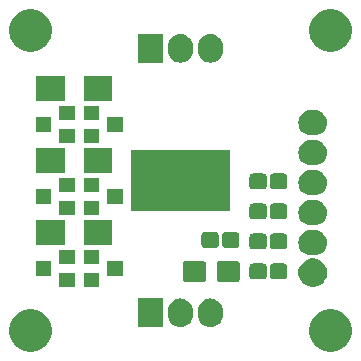
<source format=gbr>
G04 #@! TF.GenerationSoftware,KiCad,Pcbnew,(5.0.0)*
G04 #@! TF.CreationDate,2018-11-19T11:16:29+03:00*
G04 #@! TF.ProjectId,NeoP_6W,4E656F505F36572E6B696361645F7063,rev?*
G04 #@! TF.SameCoordinates,Original*
G04 #@! TF.FileFunction,Soldermask,Bot*
G04 #@! TF.FilePolarity,Negative*
%FSLAX46Y46*%
G04 Gerber Fmt 4.6, Leading zero omitted, Abs format (unit mm)*
G04 Created by KiCad (PCBNEW (5.0.0)) date 11/19/18 11:16:29*
%MOMM*%
%LPD*%
G01*
G04 APERTURE LIST*
%ADD10C,0.100000*%
G04 APERTURE END LIST*
D10*
G36*
X125809122Y-98246115D02*
X125925041Y-98269173D01*
X126252620Y-98404861D01*
X126543511Y-98599228D01*
X126547436Y-98601851D01*
X126798149Y-98852564D01*
X126798151Y-98852567D01*
X126995139Y-99147380D01*
X127130827Y-99474959D01*
X127153885Y-99590878D01*
X127200000Y-99822714D01*
X127200000Y-100177286D01*
X127130827Y-100525040D01*
X126995140Y-100852618D01*
X126798149Y-101147436D01*
X126547436Y-101398149D01*
X126547433Y-101398151D01*
X126252620Y-101595139D01*
X125925041Y-101730827D01*
X125809122Y-101753885D01*
X125577286Y-101800000D01*
X125222714Y-101800000D01*
X124990878Y-101753885D01*
X124874959Y-101730827D01*
X124547380Y-101595139D01*
X124252567Y-101398151D01*
X124252564Y-101398149D01*
X124001851Y-101147436D01*
X123804860Y-100852618D01*
X123669173Y-100525040D01*
X123600000Y-100177286D01*
X123600000Y-99822714D01*
X123646115Y-99590878D01*
X123669173Y-99474959D01*
X123804861Y-99147380D01*
X124001849Y-98852567D01*
X124001851Y-98852564D01*
X124252564Y-98601851D01*
X124256489Y-98599228D01*
X124547380Y-98404861D01*
X124874959Y-98269173D01*
X124990878Y-98246115D01*
X125222714Y-98200000D01*
X125577286Y-98200000D01*
X125809122Y-98246115D01*
X125809122Y-98246115D01*
G37*
G36*
X100409122Y-98246115D02*
X100525041Y-98269173D01*
X100852620Y-98404861D01*
X101143511Y-98599228D01*
X101147436Y-98601851D01*
X101398149Y-98852564D01*
X101398151Y-98852567D01*
X101595139Y-99147380D01*
X101730827Y-99474959D01*
X101753885Y-99590878D01*
X101800000Y-99822714D01*
X101800000Y-100177286D01*
X101730827Y-100525040D01*
X101595140Y-100852618D01*
X101398149Y-101147436D01*
X101147436Y-101398149D01*
X101147433Y-101398151D01*
X100852620Y-101595139D01*
X100525041Y-101730827D01*
X100409122Y-101753885D01*
X100177286Y-101800000D01*
X99822714Y-101800000D01*
X99590878Y-101753885D01*
X99474959Y-101730827D01*
X99147380Y-101595139D01*
X98852567Y-101398151D01*
X98852564Y-101398149D01*
X98601851Y-101147436D01*
X98404860Y-100852618D01*
X98269173Y-100525040D01*
X98200000Y-100177286D01*
X98200000Y-99822714D01*
X98246115Y-99590878D01*
X98269173Y-99474959D01*
X98404861Y-99147380D01*
X98601849Y-98852567D01*
X98601851Y-98852564D01*
X98852564Y-98601851D01*
X98856489Y-98599228D01*
X99147380Y-98404861D01*
X99474959Y-98269173D01*
X99590878Y-98246115D01*
X99822714Y-98200000D01*
X100177286Y-98200000D01*
X100409122Y-98246115D01*
X100409122Y-98246115D01*
G37*
G36*
X112908502Y-97299389D02*
X113108990Y-97360207D01*
X113293759Y-97458967D01*
X113293762Y-97458969D01*
X113293763Y-97458970D01*
X113455718Y-97591882D01*
X113455719Y-97591884D01*
X113455721Y-97591885D01*
X113588631Y-97753836D01*
X113687393Y-97938609D01*
X113748211Y-98139097D01*
X113763600Y-98295349D01*
X113763600Y-98704650D01*
X113748211Y-98860902D01*
X113687393Y-99061390D01*
X113588633Y-99246159D01*
X113588631Y-99246162D01*
X113588630Y-99246163D01*
X113455718Y-99408118D01*
X113455716Y-99408119D01*
X113455715Y-99408121D01*
X113293764Y-99541031D01*
X113108991Y-99639793D01*
X112908503Y-99700611D01*
X112700000Y-99721146D01*
X112491498Y-99700611D01*
X112291010Y-99639793D01*
X112106237Y-99541031D01*
X111944283Y-99408118D01*
X111811372Y-99246165D01*
X111811370Y-99246163D01*
X111712607Y-99061391D01*
X111693289Y-98997708D01*
X111651789Y-98860903D01*
X111636400Y-98704651D01*
X111636400Y-98295350D01*
X111651789Y-98139098D01*
X111712607Y-97938610D01*
X111811367Y-97753841D01*
X111944280Y-97591885D01*
X111944282Y-97591882D01*
X111944284Y-97591881D01*
X111944285Y-97591879D01*
X112106236Y-97458969D01*
X112291009Y-97360207D01*
X112491497Y-97299389D01*
X112700000Y-97278854D01*
X112908502Y-97299389D01*
X112908502Y-97299389D01*
G37*
G36*
X115448502Y-97299389D02*
X115648990Y-97360207D01*
X115833759Y-97458967D01*
X115833762Y-97458969D01*
X115833763Y-97458970D01*
X115995718Y-97591882D01*
X115995719Y-97591884D01*
X115995721Y-97591885D01*
X116128631Y-97753836D01*
X116227393Y-97938609D01*
X116288211Y-98139097D01*
X116303600Y-98295349D01*
X116303600Y-98704650D01*
X116288211Y-98860902D01*
X116227393Y-99061390D01*
X116128633Y-99246159D01*
X116128631Y-99246162D01*
X116128630Y-99246163D01*
X115995718Y-99408118D01*
X115995716Y-99408119D01*
X115995715Y-99408121D01*
X115833764Y-99541031D01*
X115648991Y-99639793D01*
X115448503Y-99700611D01*
X115240000Y-99721146D01*
X115031498Y-99700611D01*
X114831010Y-99639793D01*
X114646237Y-99541031D01*
X114484283Y-99408118D01*
X114351372Y-99246165D01*
X114351370Y-99246163D01*
X114252607Y-99061391D01*
X114233289Y-98997708D01*
X114191789Y-98860903D01*
X114176400Y-98704651D01*
X114176400Y-98295350D01*
X114191789Y-98139098D01*
X114252607Y-97938610D01*
X114351367Y-97753841D01*
X114484280Y-97591885D01*
X114484282Y-97591882D01*
X114484284Y-97591881D01*
X114484285Y-97591879D01*
X114646236Y-97458969D01*
X114831009Y-97360207D01*
X115031497Y-97299389D01*
X115240000Y-97278854D01*
X115448502Y-97299389D01*
X115448502Y-97299389D01*
G37*
G36*
X111223600Y-99716000D02*
X109096400Y-99716000D01*
X109096400Y-97284000D01*
X111223600Y-97284000D01*
X111223600Y-99716000D01*
X111223600Y-99716000D01*
G37*
G36*
X124254692Y-93930729D02*
X124475993Y-94022395D01*
X124675158Y-94155473D01*
X124844527Y-94324842D01*
X124977605Y-94524007D01*
X125069271Y-94745308D01*
X125116000Y-94980233D01*
X125116000Y-95219767D01*
X125069271Y-95454692D01*
X124977605Y-95675993D01*
X124844527Y-95875158D01*
X124675158Y-96044527D01*
X124475993Y-96177605D01*
X124254692Y-96269271D01*
X124019767Y-96316000D01*
X123780233Y-96316000D01*
X123545308Y-96269271D01*
X123324007Y-96177605D01*
X123124842Y-96044527D01*
X122955473Y-95875158D01*
X122822395Y-95675993D01*
X122730729Y-95454692D01*
X122684000Y-95219767D01*
X122684000Y-94980233D01*
X122730729Y-94745308D01*
X122822395Y-94524007D01*
X122955473Y-94324842D01*
X123124842Y-94155473D01*
X123324007Y-94022395D01*
X123545308Y-93930729D01*
X123780233Y-93884000D01*
X124019767Y-93884000D01*
X124254692Y-93930729D01*
X124254692Y-93930729D01*
G37*
G36*
X103758000Y-96292000D02*
X102458000Y-96292000D01*
X102458000Y-95092000D01*
X103758000Y-95092000D01*
X103758000Y-96292000D01*
X103758000Y-96292000D01*
G37*
G36*
X105822000Y-96292000D02*
X104522000Y-96292000D01*
X104522000Y-95092000D01*
X105822000Y-95092000D01*
X105822000Y-96292000D01*
X105822000Y-96292000D01*
G37*
G36*
X114668378Y-94126308D02*
X114714302Y-94140239D01*
X114756615Y-94162855D01*
X114793705Y-94193295D01*
X114824145Y-94230385D01*
X114846761Y-94272698D01*
X114860692Y-94318622D01*
X114866000Y-94372511D01*
X114866000Y-95619489D01*
X114860692Y-95673378D01*
X114846761Y-95719302D01*
X114824145Y-95761615D01*
X114793705Y-95798705D01*
X114756615Y-95829145D01*
X114714302Y-95851761D01*
X114668378Y-95865692D01*
X114614489Y-95871000D01*
X113142511Y-95871000D01*
X113088622Y-95865692D01*
X113042698Y-95851761D01*
X113000385Y-95829145D01*
X112963295Y-95798705D01*
X112932855Y-95761615D01*
X112910239Y-95719302D01*
X112896308Y-95673378D01*
X112891000Y-95619489D01*
X112891000Y-94372511D01*
X112896308Y-94318622D01*
X112910239Y-94272698D01*
X112932855Y-94230385D01*
X112963295Y-94193295D01*
X113000385Y-94162855D01*
X113042698Y-94140239D01*
X113088622Y-94126308D01*
X113142511Y-94121000D01*
X114614489Y-94121000D01*
X114668378Y-94126308D01*
X114668378Y-94126308D01*
G37*
G36*
X117543378Y-94126308D02*
X117589302Y-94140239D01*
X117631615Y-94162855D01*
X117668705Y-94193295D01*
X117699145Y-94230385D01*
X117721761Y-94272698D01*
X117735692Y-94318622D01*
X117741000Y-94372511D01*
X117741000Y-95619489D01*
X117735692Y-95673378D01*
X117721761Y-95719302D01*
X117699145Y-95761615D01*
X117668705Y-95798705D01*
X117631615Y-95829145D01*
X117589302Y-95851761D01*
X117543378Y-95865692D01*
X117489489Y-95871000D01*
X116017511Y-95871000D01*
X115963622Y-95865692D01*
X115917698Y-95851761D01*
X115875385Y-95829145D01*
X115838295Y-95798705D01*
X115807855Y-95761615D01*
X115785239Y-95719302D01*
X115771308Y-95673378D01*
X115766000Y-95619489D01*
X115766000Y-94372511D01*
X115771308Y-94318622D01*
X115785239Y-94272698D01*
X115807855Y-94230385D01*
X115838295Y-94193295D01*
X115875385Y-94162855D01*
X115917698Y-94140239D01*
X115963622Y-94126308D01*
X116017511Y-94121000D01*
X117489489Y-94121000D01*
X117543378Y-94126308D01*
X117543378Y-94126308D01*
G37*
G36*
X119770530Y-94326877D02*
X119822010Y-94342493D01*
X119869442Y-94367846D01*
X119911027Y-94401973D01*
X119945154Y-94443558D01*
X119970507Y-94490990D01*
X119986123Y-94542470D01*
X119992000Y-94602140D01*
X119992000Y-95389860D01*
X119986123Y-95449530D01*
X119970507Y-95501010D01*
X119945154Y-95548442D01*
X119911027Y-95590027D01*
X119869442Y-95624154D01*
X119822010Y-95649507D01*
X119770530Y-95665123D01*
X119710860Y-95671000D01*
X118823140Y-95671000D01*
X118763470Y-95665123D01*
X118711990Y-95649507D01*
X118664558Y-95624154D01*
X118622973Y-95590027D01*
X118588846Y-95548442D01*
X118563493Y-95501010D01*
X118547877Y-95449530D01*
X118542000Y-95389860D01*
X118542000Y-94602140D01*
X118547877Y-94542470D01*
X118563493Y-94490990D01*
X118588846Y-94443558D01*
X118622973Y-94401973D01*
X118664558Y-94367846D01*
X118711990Y-94342493D01*
X118763470Y-94326877D01*
X118823140Y-94321000D01*
X119710860Y-94321000D01*
X119770530Y-94326877D01*
X119770530Y-94326877D01*
G37*
G36*
X121520530Y-94326877D02*
X121572010Y-94342493D01*
X121619442Y-94367846D01*
X121661027Y-94401973D01*
X121695154Y-94443558D01*
X121720507Y-94490990D01*
X121736123Y-94542470D01*
X121742000Y-94602140D01*
X121742000Y-95389860D01*
X121736123Y-95449530D01*
X121720507Y-95501010D01*
X121695154Y-95548442D01*
X121661027Y-95590027D01*
X121619442Y-95624154D01*
X121572010Y-95649507D01*
X121520530Y-95665123D01*
X121460860Y-95671000D01*
X120573140Y-95671000D01*
X120513470Y-95665123D01*
X120461990Y-95649507D01*
X120414558Y-95624154D01*
X120372973Y-95590027D01*
X120338846Y-95548442D01*
X120313493Y-95501010D01*
X120297877Y-95449530D01*
X120292000Y-95389860D01*
X120292000Y-94602140D01*
X120297877Y-94542470D01*
X120313493Y-94490990D01*
X120338846Y-94443558D01*
X120372973Y-94401973D01*
X120414558Y-94367846D01*
X120461990Y-94342493D01*
X120513470Y-94326877D01*
X120573140Y-94321000D01*
X121460860Y-94321000D01*
X121520530Y-94326877D01*
X121520530Y-94326877D01*
G37*
G36*
X107822000Y-95342000D02*
X106522000Y-95342000D01*
X106522000Y-94142000D01*
X107822000Y-94142000D01*
X107822000Y-95342000D01*
X107822000Y-95342000D01*
G37*
G36*
X101758000Y-95342000D02*
X100458000Y-95342000D01*
X100458000Y-94142000D01*
X101758000Y-94142000D01*
X101758000Y-95342000D01*
X101758000Y-95342000D01*
G37*
G36*
X105822000Y-94392000D02*
X104522000Y-94392000D01*
X104522000Y-93192000D01*
X105822000Y-93192000D01*
X105822000Y-94392000D01*
X105822000Y-94392000D01*
G37*
G36*
X103758000Y-94392000D02*
X102458000Y-94392000D01*
X102458000Y-93192000D01*
X103758000Y-93192000D01*
X103758000Y-94392000D01*
X103758000Y-94392000D01*
G37*
G36*
X124260903Y-91511789D02*
X124461391Y-91572607D01*
X124646164Y-91671369D01*
X124808118Y-91804282D01*
X124941031Y-91966236D01*
X125039793Y-92151009D01*
X125100611Y-92351497D01*
X125121146Y-92560000D01*
X125100611Y-92768503D01*
X125039793Y-92968991D01*
X124941031Y-93153764D01*
X124808118Y-93315718D01*
X124646164Y-93448631D01*
X124461391Y-93547393D01*
X124260903Y-93608211D01*
X124104651Y-93623600D01*
X123695349Y-93623600D01*
X123539097Y-93608211D01*
X123338609Y-93547393D01*
X123153836Y-93448631D01*
X122991882Y-93315718D01*
X122858969Y-93153764D01*
X122760207Y-92968991D01*
X122699389Y-92768503D01*
X122678854Y-92560000D01*
X122699389Y-92351497D01*
X122760207Y-92151009D01*
X122858969Y-91966236D01*
X122991882Y-91804282D01*
X123153836Y-91671369D01*
X123338609Y-91572607D01*
X123539097Y-91511789D01*
X123695349Y-91496400D01*
X124104651Y-91496400D01*
X124260903Y-91511789D01*
X124260903Y-91511789D01*
G37*
G36*
X119770530Y-91786877D02*
X119822010Y-91802493D01*
X119869442Y-91827846D01*
X119911027Y-91861973D01*
X119945154Y-91903558D01*
X119970507Y-91950990D01*
X119986123Y-92002470D01*
X119992000Y-92062140D01*
X119992000Y-92849860D01*
X119986123Y-92909530D01*
X119970507Y-92961010D01*
X119945154Y-93008442D01*
X119911027Y-93050027D01*
X119869442Y-93084154D01*
X119822010Y-93109507D01*
X119770530Y-93125123D01*
X119710860Y-93131000D01*
X118823140Y-93131000D01*
X118763470Y-93125123D01*
X118711990Y-93109507D01*
X118664558Y-93084154D01*
X118622973Y-93050027D01*
X118588846Y-93008442D01*
X118563493Y-92961010D01*
X118547877Y-92909530D01*
X118542000Y-92849860D01*
X118542000Y-92062140D01*
X118547877Y-92002470D01*
X118563493Y-91950990D01*
X118588846Y-91903558D01*
X118622973Y-91861973D01*
X118664558Y-91827846D01*
X118711990Y-91802493D01*
X118763470Y-91786877D01*
X118823140Y-91781000D01*
X119710860Y-91781000D01*
X119770530Y-91786877D01*
X119770530Y-91786877D01*
G37*
G36*
X121520530Y-91786877D02*
X121572010Y-91802493D01*
X121619442Y-91827846D01*
X121661027Y-91861973D01*
X121695154Y-91903558D01*
X121720507Y-91950990D01*
X121736123Y-92002470D01*
X121742000Y-92062140D01*
X121742000Y-92849860D01*
X121736123Y-92909530D01*
X121720507Y-92961010D01*
X121695154Y-93008442D01*
X121661027Y-93050027D01*
X121619442Y-93084154D01*
X121572010Y-93109507D01*
X121520530Y-93125123D01*
X121460860Y-93131000D01*
X120573140Y-93131000D01*
X120513470Y-93125123D01*
X120461990Y-93109507D01*
X120414558Y-93084154D01*
X120372973Y-93050027D01*
X120338846Y-93008442D01*
X120313493Y-92961010D01*
X120297877Y-92909530D01*
X120292000Y-92849860D01*
X120292000Y-92062140D01*
X120297877Y-92002470D01*
X120313493Y-91950990D01*
X120338846Y-91903558D01*
X120372973Y-91861973D01*
X120414558Y-91827846D01*
X120461990Y-91802493D01*
X120513470Y-91786877D01*
X120573140Y-91781000D01*
X121460860Y-91781000D01*
X121520530Y-91786877D01*
X121520530Y-91786877D01*
G37*
G36*
X117456530Y-91659877D02*
X117508010Y-91675493D01*
X117555442Y-91700846D01*
X117597027Y-91734973D01*
X117631154Y-91776558D01*
X117656507Y-91823990D01*
X117672123Y-91875470D01*
X117678000Y-91935140D01*
X117678000Y-92722860D01*
X117672123Y-92782530D01*
X117656507Y-92834010D01*
X117631154Y-92881442D01*
X117597027Y-92923027D01*
X117555442Y-92957154D01*
X117508010Y-92982507D01*
X117456530Y-92998123D01*
X117396860Y-93004000D01*
X116509140Y-93004000D01*
X116449470Y-92998123D01*
X116397990Y-92982507D01*
X116350558Y-92957154D01*
X116308973Y-92923027D01*
X116274846Y-92881442D01*
X116249493Y-92834010D01*
X116233877Y-92782530D01*
X116228000Y-92722860D01*
X116228000Y-91935140D01*
X116233877Y-91875470D01*
X116249493Y-91823990D01*
X116274846Y-91776558D01*
X116308973Y-91734973D01*
X116350558Y-91700846D01*
X116397990Y-91675493D01*
X116449470Y-91659877D01*
X116509140Y-91654000D01*
X117396860Y-91654000D01*
X117456530Y-91659877D01*
X117456530Y-91659877D01*
G37*
G36*
X115706530Y-91659877D02*
X115758010Y-91675493D01*
X115805442Y-91700846D01*
X115847027Y-91734973D01*
X115881154Y-91776558D01*
X115906507Y-91823990D01*
X115922123Y-91875470D01*
X115928000Y-91935140D01*
X115928000Y-92722860D01*
X115922123Y-92782530D01*
X115906507Y-92834010D01*
X115881154Y-92881442D01*
X115847027Y-92923027D01*
X115805442Y-92957154D01*
X115758010Y-92982507D01*
X115706530Y-92998123D01*
X115646860Y-93004000D01*
X114759140Y-93004000D01*
X114699470Y-92998123D01*
X114647990Y-92982507D01*
X114600558Y-92957154D01*
X114558973Y-92923027D01*
X114524846Y-92881442D01*
X114499493Y-92834010D01*
X114483877Y-92782530D01*
X114478000Y-92722860D01*
X114478000Y-91935140D01*
X114483877Y-91875470D01*
X114499493Y-91823990D01*
X114524846Y-91776558D01*
X114558973Y-91734973D01*
X114600558Y-91700846D01*
X114647990Y-91675493D01*
X114699470Y-91659877D01*
X114759140Y-91654000D01*
X115646860Y-91654000D01*
X115706530Y-91659877D01*
X115706530Y-91659877D01*
G37*
G36*
X106895500Y-92744000D02*
X104495500Y-92744000D01*
X104495500Y-90644000D01*
X106895500Y-90644000D01*
X106895500Y-92744000D01*
X106895500Y-92744000D01*
G37*
G36*
X102895500Y-92744000D02*
X100495500Y-92744000D01*
X100495500Y-90644000D01*
X102895500Y-90644000D01*
X102895500Y-92744000D01*
X102895500Y-92744000D01*
G37*
G36*
X124260903Y-88971789D02*
X124461391Y-89032607D01*
X124646164Y-89131369D01*
X124808118Y-89264282D01*
X124941031Y-89426236D01*
X125039793Y-89611009D01*
X125100611Y-89811497D01*
X125121146Y-90020000D01*
X125100611Y-90228503D01*
X125039793Y-90428991D01*
X124941031Y-90613764D01*
X124808118Y-90775718D01*
X124646164Y-90908631D01*
X124461391Y-91007393D01*
X124260903Y-91068211D01*
X124104651Y-91083600D01*
X123695349Y-91083600D01*
X123539097Y-91068211D01*
X123338609Y-91007393D01*
X123153836Y-90908631D01*
X122991882Y-90775718D01*
X122858969Y-90613764D01*
X122760207Y-90428991D01*
X122699389Y-90228503D01*
X122678854Y-90020000D01*
X122699389Y-89811497D01*
X122760207Y-89611009D01*
X122858969Y-89426236D01*
X122991882Y-89264282D01*
X123153836Y-89131369D01*
X123338609Y-89032607D01*
X123539097Y-88971789D01*
X123695349Y-88956400D01*
X124104651Y-88956400D01*
X124260903Y-88971789D01*
X124260903Y-88971789D01*
G37*
G36*
X119770530Y-89246877D02*
X119822010Y-89262493D01*
X119869442Y-89287846D01*
X119911027Y-89321973D01*
X119945154Y-89363558D01*
X119970507Y-89410990D01*
X119986123Y-89462470D01*
X119992000Y-89522140D01*
X119992000Y-90309860D01*
X119986123Y-90369530D01*
X119970507Y-90421010D01*
X119945154Y-90468442D01*
X119911027Y-90510027D01*
X119869442Y-90544154D01*
X119822010Y-90569507D01*
X119770530Y-90585123D01*
X119710860Y-90591000D01*
X118823140Y-90591000D01*
X118763470Y-90585123D01*
X118711990Y-90569507D01*
X118664558Y-90544154D01*
X118622973Y-90510027D01*
X118588846Y-90468442D01*
X118563493Y-90421010D01*
X118547877Y-90369530D01*
X118542000Y-90309860D01*
X118542000Y-89522140D01*
X118547877Y-89462470D01*
X118563493Y-89410990D01*
X118588846Y-89363558D01*
X118622973Y-89321973D01*
X118664558Y-89287846D01*
X118711990Y-89262493D01*
X118763470Y-89246877D01*
X118823140Y-89241000D01*
X119710860Y-89241000D01*
X119770530Y-89246877D01*
X119770530Y-89246877D01*
G37*
G36*
X121520530Y-89246877D02*
X121572010Y-89262493D01*
X121619442Y-89287846D01*
X121661027Y-89321973D01*
X121695154Y-89363558D01*
X121720507Y-89410990D01*
X121736123Y-89462470D01*
X121742000Y-89522140D01*
X121742000Y-90309860D01*
X121736123Y-90369530D01*
X121720507Y-90421010D01*
X121695154Y-90468442D01*
X121661027Y-90510027D01*
X121619442Y-90544154D01*
X121572010Y-90569507D01*
X121520530Y-90585123D01*
X121460860Y-90591000D01*
X120573140Y-90591000D01*
X120513470Y-90585123D01*
X120461990Y-90569507D01*
X120414558Y-90544154D01*
X120372973Y-90510027D01*
X120338846Y-90468442D01*
X120313493Y-90421010D01*
X120297877Y-90369530D01*
X120292000Y-90309860D01*
X120292000Y-89522140D01*
X120297877Y-89462470D01*
X120313493Y-89410990D01*
X120338846Y-89363558D01*
X120372973Y-89321973D01*
X120414558Y-89287846D01*
X120461990Y-89262493D01*
X120513470Y-89246877D01*
X120573140Y-89241000D01*
X121460860Y-89241000D01*
X121520530Y-89246877D01*
X121520530Y-89246877D01*
G37*
G36*
X105822000Y-90196000D02*
X104522000Y-90196000D01*
X104522000Y-88996000D01*
X105822000Y-88996000D01*
X105822000Y-90196000D01*
X105822000Y-90196000D01*
G37*
G36*
X103758000Y-90196000D02*
X102458000Y-90196000D01*
X102458000Y-88996000D01*
X103758000Y-88996000D01*
X103758000Y-90196000D01*
X103758000Y-90196000D01*
G37*
G36*
X116900000Y-89900000D02*
X108500000Y-89900000D01*
X108500000Y-84700000D01*
X116900000Y-84700000D01*
X116900000Y-89900000D01*
X116900000Y-89900000D01*
G37*
G36*
X107822000Y-89246000D02*
X106522000Y-89246000D01*
X106522000Y-88046000D01*
X107822000Y-88046000D01*
X107822000Y-89246000D01*
X107822000Y-89246000D01*
G37*
G36*
X101758000Y-89246000D02*
X100458000Y-89246000D01*
X100458000Y-88046000D01*
X101758000Y-88046000D01*
X101758000Y-89246000D01*
X101758000Y-89246000D01*
G37*
G36*
X124260903Y-86431789D02*
X124461391Y-86492607D01*
X124646164Y-86591369D01*
X124808118Y-86724282D01*
X124941031Y-86886236D01*
X125039793Y-87071009D01*
X125100611Y-87271497D01*
X125121146Y-87480000D01*
X125100611Y-87688503D01*
X125039793Y-87888991D01*
X124941031Y-88073764D01*
X124808118Y-88235718D01*
X124646164Y-88368631D01*
X124461391Y-88467393D01*
X124260903Y-88528211D01*
X124104651Y-88543600D01*
X123695349Y-88543600D01*
X123539097Y-88528211D01*
X123338609Y-88467393D01*
X123153836Y-88368631D01*
X122991882Y-88235718D01*
X122858969Y-88073764D01*
X122760207Y-87888991D01*
X122699389Y-87688503D01*
X122678854Y-87480000D01*
X122699389Y-87271497D01*
X122760207Y-87071009D01*
X122858969Y-86886236D01*
X122991882Y-86724282D01*
X123153836Y-86591369D01*
X123338609Y-86492607D01*
X123539097Y-86431789D01*
X123695349Y-86416400D01*
X124104651Y-86416400D01*
X124260903Y-86431789D01*
X124260903Y-86431789D01*
G37*
G36*
X103758000Y-88296000D02*
X102458000Y-88296000D01*
X102458000Y-87096000D01*
X103758000Y-87096000D01*
X103758000Y-88296000D01*
X103758000Y-88296000D01*
G37*
G36*
X105822000Y-88296000D02*
X104522000Y-88296000D01*
X104522000Y-87096000D01*
X105822000Y-87096000D01*
X105822000Y-88296000D01*
X105822000Y-88296000D01*
G37*
G36*
X119770530Y-86706877D02*
X119822010Y-86722493D01*
X119869442Y-86747846D01*
X119911027Y-86781973D01*
X119945154Y-86823558D01*
X119970507Y-86870990D01*
X119986123Y-86922470D01*
X119992000Y-86982140D01*
X119992000Y-87769860D01*
X119986123Y-87829530D01*
X119970507Y-87881010D01*
X119945154Y-87928442D01*
X119911027Y-87970027D01*
X119869442Y-88004154D01*
X119822010Y-88029507D01*
X119770530Y-88045123D01*
X119710860Y-88051000D01*
X118823140Y-88051000D01*
X118763470Y-88045123D01*
X118711990Y-88029507D01*
X118664558Y-88004154D01*
X118622973Y-87970027D01*
X118588846Y-87928442D01*
X118563493Y-87881010D01*
X118547877Y-87829530D01*
X118542000Y-87769860D01*
X118542000Y-86982140D01*
X118547877Y-86922470D01*
X118563493Y-86870990D01*
X118588846Y-86823558D01*
X118622973Y-86781973D01*
X118664558Y-86747846D01*
X118711990Y-86722493D01*
X118763470Y-86706877D01*
X118823140Y-86701000D01*
X119710860Y-86701000D01*
X119770530Y-86706877D01*
X119770530Y-86706877D01*
G37*
G36*
X121520530Y-86706877D02*
X121572010Y-86722493D01*
X121619442Y-86747846D01*
X121661027Y-86781973D01*
X121695154Y-86823558D01*
X121720507Y-86870990D01*
X121736123Y-86922470D01*
X121742000Y-86982140D01*
X121742000Y-87769860D01*
X121736123Y-87829530D01*
X121720507Y-87881010D01*
X121695154Y-87928442D01*
X121661027Y-87970027D01*
X121619442Y-88004154D01*
X121572010Y-88029507D01*
X121520530Y-88045123D01*
X121460860Y-88051000D01*
X120573140Y-88051000D01*
X120513470Y-88045123D01*
X120461990Y-88029507D01*
X120414558Y-88004154D01*
X120372973Y-87970027D01*
X120338846Y-87928442D01*
X120313493Y-87881010D01*
X120297877Y-87829530D01*
X120292000Y-87769860D01*
X120292000Y-86982140D01*
X120297877Y-86922470D01*
X120313493Y-86870990D01*
X120338846Y-86823558D01*
X120372973Y-86781973D01*
X120414558Y-86747846D01*
X120461990Y-86722493D01*
X120513470Y-86706877D01*
X120573140Y-86701000D01*
X121460860Y-86701000D01*
X121520530Y-86706877D01*
X121520530Y-86706877D01*
G37*
G36*
X102895500Y-86648000D02*
X100495500Y-86648000D01*
X100495500Y-84548000D01*
X102895500Y-84548000D01*
X102895500Y-86648000D01*
X102895500Y-86648000D01*
G37*
G36*
X106895500Y-86648000D02*
X104495500Y-86648000D01*
X104495500Y-84548000D01*
X106895500Y-84548000D01*
X106895500Y-86648000D01*
X106895500Y-86648000D01*
G37*
G36*
X124260903Y-83891789D02*
X124461391Y-83952607D01*
X124646164Y-84051369D01*
X124808118Y-84184282D01*
X124941031Y-84346236D01*
X125039793Y-84531009D01*
X125100611Y-84731497D01*
X125121146Y-84940000D01*
X125100611Y-85148503D01*
X125039793Y-85348991D01*
X124941031Y-85533764D01*
X124808118Y-85695718D01*
X124646164Y-85828631D01*
X124461391Y-85927393D01*
X124260903Y-85988211D01*
X124104651Y-86003600D01*
X123695349Y-86003600D01*
X123539097Y-85988211D01*
X123338609Y-85927393D01*
X123153836Y-85828631D01*
X122991882Y-85695718D01*
X122858969Y-85533764D01*
X122760207Y-85348991D01*
X122699389Y-85148503D01*
X122678854Y-84940000D01*
X122699389Y-84731497D01*
X122760207Y-84531009D01*
X122858969Y-84346236D01*
X122991882Y-84184282D01*
X123153836Y-84051369D01*
X123338609Y-83952607D01*
X123539097Y-83891789D01*
X123695349Y-83876400D01*
X124104651Y-83876400D01*
X124260903Y-83891789D01*
X124260903Y-83891789D01*
G37*
G36*
X103758000Y-84100000D02*
X102458000Y-84100000D01*
X102458000Y-82900000D01*
X103758000Y-82900000D01*
X103758000Y-84100000D01*
X103758000Y-84100000D01*
G37*
G36*
X105822000Y-84100000D02*
X104522000Y-84100000D01*
X104522000Y-82900000D01*
X105822000Y-82900000D01*
X105822000Y-84100000D01*
X105822000Y-84100000D01*
G37*
G36*
X124260903Y-81351789D02*
X124461391Y-81412607D01*
X124646164Y-81511369D01*
X124808118Y-81644282D01*
X124941031Y-81806236D01*
X125039793Y-81991009D01*
X125100611Y-82191497D01*
X125121146Y-82400000D01*
X125100611Y-82608503D01*
X125039793Y-82808991D01*
X124941031Y-82993764D01*
X124808118Y-83155718D01*
X124646164Y-83288631D01*
X124461391Y-83387393D01*
X124260903Y-83448211D01*
X124104651Y-83463600D01*
X123695349Y-83463600D01*
X123539097Y-83448211D01*
X123338609Y-83387393D01*
X123153836Y-83288631D01*
X122991882Y-83155718D01*
X122858969Y-82993764D01*
X122760207Y-82808991D01*
X122699389Y-82608503D01*
X122678854Y-82400000D01*
X122699389Y-82191497D01*
X122760207Y-81991009D01*
X122858969Y-81806236D01*
X122991882Y-81644282D01*
X123153836Y-81511369D01*
X123338609Y-81412607D01*
X123539097Y-81351789D01*
X123695349Y-81336400D01*
X124104651Y-81336400D01*
X124260903Y-81351789D01*
X124260903Y-81351789D01*
G37*
G36*
X101758000Y-83150000D02*
X100458000Y-83150000D01*
X100458000Y-81950000D01*
X101758000Y-81950000D01*
X101758000Y-83150000D01*
X101758000Y-83150000D01*
G37*
G36*
X107822000Y-83150000D02*
X106522000Y-83150000D01*
X106522000Y-81950000D01*
X107822000Y-81950000D01*
X107822000Y-83150000D01*
X107822000Y-83150000D01*
G37*
G36*
X105822000Y-82200000D02*
X104522000Y-82200000D01*
X104522000Y-81000000D01*
X105822000Y-81000000D01*
X105822000Y-82200000D01*
X105822000Y-82200000D01*
G37*
G36*
X103758000Y-82200000D02*
X102458000Y-82200000D01*
X102458000Y-81000000D01*
X103758000Y-81000000D01*
X103758000Y-82200000D01*
X103758000Y-82200000D01*
G37*
G36*
X102895500Y-80552000D02*
X100495500Y-80552000D01*
X100495500Y-78452000D01*
X102895500Y-78452000D01*
X102895500Y-80552000D01*
X102895500Y-80552000D01*
G37*
G36*
X106895500Y-80552000D02*
X104495500Y-80552000D01*
X104495500Y-78452000D01*
X106895500Y-78452000D01*
X106895500Y-80552000D01*
X106895500Y-80552000D01*
G37*
G36*
X112908502Y-74899389D02*
X113108990Y-74960207D01*
X113293759Y-75058967D01*
X113293762Y-75058969D01*
X113293763Y-75058970D01*
X113455718Y-75191882D01*
X113455719Y-75191884D01*
X113455721Y-75191885D01*
X113588631Y-75353836D01*
X113687393Y-75538609D01*
X113748211Y-75739097D01*
X113763600Y-75895349D01*
X113763600Y-76304650D01*
X113748211Y-76460902D01*
X113687393Y-76661390D01*
X113588633Y-76846159D01*
X113588631Y-76846162D01*
X113588630Y-76846163D01*
X113455718Y-77008118D01*
X113455716Y-77008119D01*
X113455715Y-77008121D01*
X113293764Y-77141031D01*
X113108991Y-77239793D01*
X112908503Y-77300611D01*
X112700000Y-77321146D01*
X112491498Y-77300611D01*
X112291010Y-77239793D01*
X112106237Y-77141031D01*
X111944283Y-77008118D01*
X111811372Y-76846165D01*
X111811370Y-76846163D01*
X111712607Y-76661391D01*
X111693289Y-76597708D01*
X111651789Y-76460903D01*
X111636400Y-76304651D01*
X111636400Y-75895350D01*
X111651789Y-75739098D01*
X111712607Y-75538610D01*
X111811367Y-75353841D01*
X111944280Y-75191885D01*
X111944282Y-75191882D01*
X111944284Y-75191881D01*
X111944285Y-75191879D01*
X112106236Y-75058969D01*
X112291009Y-74960207D01*
X112491497Y-74899389D01*
X112700000Y-74878854D01*
X112908502Y-74899389D01*
X112908502Y-74899389D01*
G37*
G36*
X115448502Y-74899389D02*
X115648990Y-74960207D01*
X115833759Y-75058967D01*
X115833762Y-75058969D01*
X115833763Y-75058970D01*
X115995718Y-75191882D01*
X115995719Y-75191884D01*
X115995721Y-75191885D01*
X116128631Y-75353836D01*
X116227393Y-75538609D01*
X116288211Y-75739097D01*
X116303600Y-75895349D01*
X116303600Y-76304650D01*
X116288211Y-76460902D01*
X116227393Y-76661390D01*
X116128633Y-76846159D01*
X116128631Y-76846162D01*
X116128630Y-76846163D01*
X115995718Y-77008118D01*
X115995716Y-77008119D01*
X115995715Y-77008121D01*
X115833764Y-77141031D01*
X115648991Y-77239793D01*
X115448503Y-77300611D01*
X115240000Y-77321146D01*
X115031498Y-77300611D01*
X114831010Y-77239793D01*
X114646237Y-77141031D01*
X114484283Y-77008118D01*
X114351372Y-76846165D01*
X114351370Y-76846163D01*
X114252607Y-76661391D01*
X114233289Y-76597708D01*
X114191789Y-76460903D01*
X114176400Y-76304651D01*
X114176400Y-75895350D01*
X114191789Y-75739098D01*
X114252607Y-75538610D01*
X114351367Y-75353841D01*
X114484280Y-75191885D01*
X114484282Y-75191882D01*
X114484284Y-75191881D01*
X114484285Y-75191879D01*
X114646236Y-75058969D01*
X114831009Y-74960207D01*
X115031497Y-74899389D01*
X115240000Y-74878854D01*
X115448502Y-74899389D01*
X115448502Y-74899389D01*
G37*
G36*
X111223600Y-77316000D02*
X109096400Y-77316000D01*
X109096400Y-74884000D01*
X111223600Y-74884000D01*
X111223600Y-77316000D01*
X111223600Y-77316000D01*
G37*
G36*
X125809122Y-72846115D02*
X125925041Y-72869173D01*
X126252620Y-73004861D01*
X126543511Y-73199228D01*
X126547436Y-73201851D01*
X126798149Y-73452564D01*
X126995140Y-73747382D01*
X127130827Y-74074960D01*
X127200000Y-74422714D01*
X127200000Y-74777286D01*
X127153885Y-75009122D01*
X127130827Y-75125041D01*
X127103140Y-75191882D01*
X126995140Y-75452618D01*
X126798149Y-75747436D01*
X126547436Y-75998149D01*
X126547433Y-75998151D01*
X126252620Y-76195139D01*
X125925041Y-76330827D01*
X125809122Y-76353885D01*
X125577286Y-76400000D01*
X125222714Y-76400000D01*
X124990878Y-76353885D01*
X124874959Y-76330827D01*
X124547380Y-76195139D01*
X124252567Y-75998151D01*
X124252564Y-75998149D01*
X124001851Y-75747436D01*
X123804860Y-75452618D01*
X123696860Y-75191882D01*
X123669173Y-75125041D01*
X123646115Y-75009122D01*
X123600000Y-74777286D01*
X123600000Y-74422714D01*
X123669173Y-74074960D01*
X123804860Y-73747382D01*
X124001851Y-73452564D01*
X124252564Y-73201851D01*
X124256489Y-73199228D01*
X124547380Y-73004861D01*
X124874959Y-72869173D01*
X124990878Y-72846115D01*
X125222714Y-72800000D01*
X125577286Y-72800000D01*
X125809122Y-72846115D01*
X125809122Y-72846115D01*
G37*
G36*
X100409122Y-72846115D02*
X100525041Y-72869173D01*
X100852620Y-73004861D01*
X101143511Y-73199228D01*
X101147436Y-73201851D01*
X101398149Y-73452564D01*
X101595140Y-73747382D01*
X101730827Y-74074960D01*
X101800000Y-74422714D01*
X101800000Y-74777286D01*
X101753885Y-75009122D01*
X101730827Y-75125041D01*
X101703140Y-75191882D01*
X101595140Y-75452618D01*
X101398149Y-75747436D01*
X101147436Y-75998149D01*
X101147433Y-75998151D01*
X100852620Y-76195139D01*
X100525041Y-76330827D01*
X100409122Y-76353885D01*
X100177286Y-76400000D01*
X99822714Y-76400000D01*
X99590878Y-76353885D01*
X99474959Y-76330827D01*
X99147380Y-76195139D01*
X98852567Y-75998151D01*
X98852564Y-75998149D01*
X98601851Y-75747436D01*
X98404860Y-75452618D01*
X98296860Y-75191882D01*
X98269173Y-75125041D01*
X98246115Y-75009122D01*
X98200000Y-74777286D01*
X98200000Y-74422714D01*
X98269173Y-74074960D01*
X98404860Y-73747382D01*
X98601851Y-73452564D01*
X98852564Y-73201851D01*
X98856489Y-73199228D01*
X99147380Y-73004861D01*
X99474959Y-72869173D01*
X99590878Y-72846115D01*
X99822714Y-72800000D01*
X100177286Y-72800000D01*
X100409122Y-72846115D01*
X100409122Y-72846115D01*
G37*
M02*

</source>
